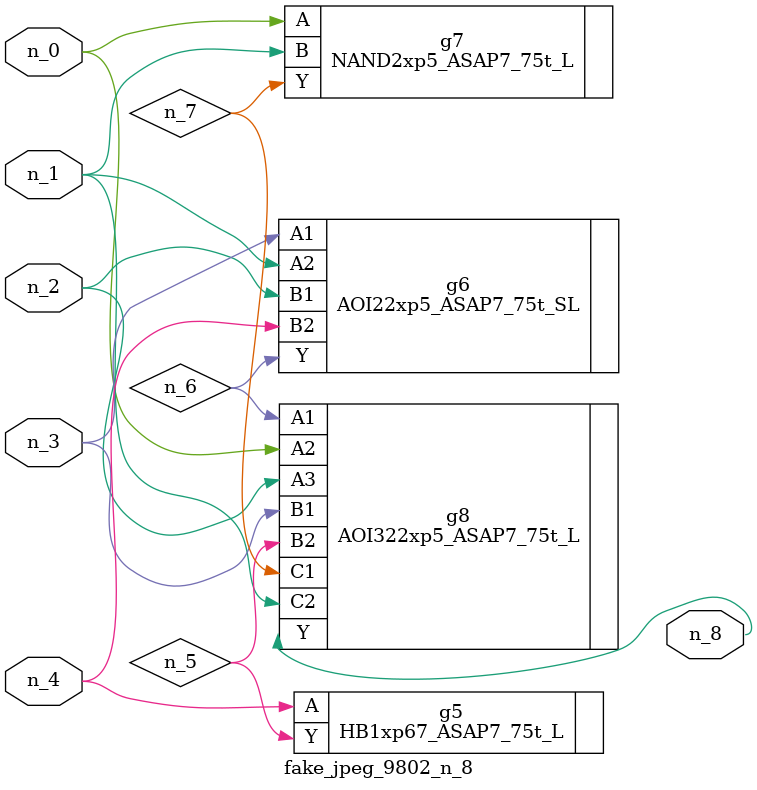
<source format=v>
module fake_jpeg_9802_n_8 (n_3, n_2, n_1, n_0, n_4, n_8);

input n_3;
input n_2;
input n_1;
input n_0;
input n_4;

output n_8;

wire n_6;
wire n_5;
wire n_7;

HB1xp67_ASAP7_75t_L g5 ( 
.A(n_4),
.Y(n_5)
);

AOI22xp5_ASAP7_75t_SL g6 ( 
.A1(n_3),
.A2(n_1),
.B1(n_2),
.B2(n_4),
.Y(n_6)
);

NAND2xp5_ASAP7_75t_L g7 ( 
.A(n_0),
.B(n_1),
.Y(n_7)
);

AOI322xp5_ASAP7_75t_L g8 ( 
.A1(n_6),
.A2(n_0),
.A3(n_2),
.B1(n_3),
.B2(n_5),
.C1(n_7),
.C2(n_1),
.Y(n_8)
);


endmodule
</source>
